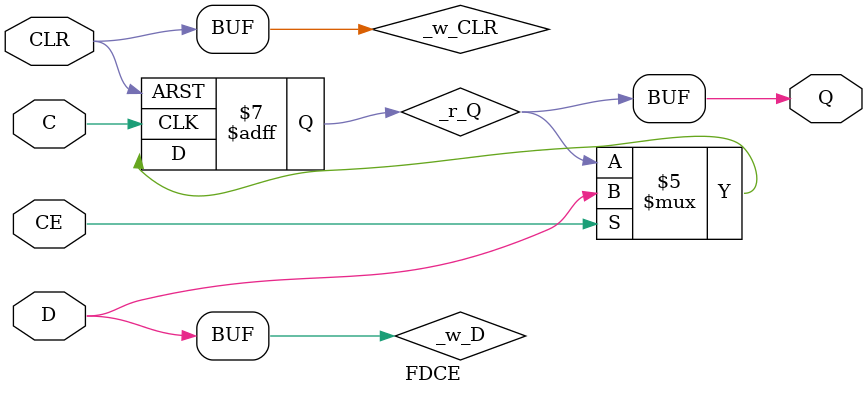
<source format=v>

`ifdef verilator3
`else
`timescale 1 ps / 1 ps
`endif

/* verilator coverage_off */
module FDCE
#(
    parameter [0:0] IS_C_INVERTED   = 1'b0,
    parameter [0:0] IS_D_INVERTED   = 1'b0,
    parameter [0:0] IS_CLR_INVERTED = 1'b0,
    parameter [0:0] INIT            = 1'b0
)
(
    // Clock
    input  wire C,
    // Clock enable
    input  wire CE,
    // Asynchronous clear
    input  wire CLR,
    // Data in
    input  wire D,
    // Data out
    output wire Q
);
    reg    _r_Q;
    
    wire   _w_CLR = CLR ^ IS_CLR_INVERTED;
    wire   _w_D   = D   ^ IS_D_INVERTED;
    
    initial begin : INIT_STATE
        _r_Q = INIT[0];
    end

    generate
        if (IS_C_INVERTED) begin : GEN_CLK_NEG
            always @(negedge C or posedge _w_CLR) begin
            
                if (_w_CLR) begin
                    _r_Q <= 1'b0;
                end
                else if (CE) begin
                    _r_Q <= _w_D;
                end
            end
        end
        else begin : GEN_CLK_POS
            always @(posedge C or posedge _w_CLR) begin
            
                if (_w_CLR) begin
                    _r_Q <= 1'b0;
                end
                else if (CE) begin
                    _r_Q <= _w_D;
                end
            end
        end
    endgenerate
    
    assign Q = _r_Q;

endmodule
/* verilator coverage_on */

</source>
